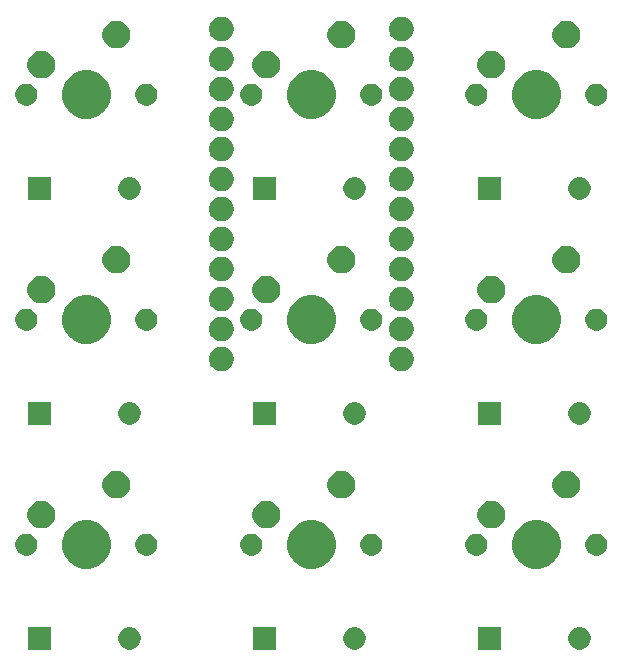
<source format=gbs>
%TF.GenerationSoftware,KiCad,Pcbnew,(5.1.6)-1*%
%TF.CreationDate,2020-10-02T01:53:22-06:00*%
%TF.ProjectId,macropad_3x3,6d616372-6f70-4616-945f-3378332e6b69,rev?*%
%TF.SameCoordinates,Original*%
%TF.FileFunction,Soldermask,Bot*%
%TF.FilePolarity,Negative*%
%FSLAX46Y46*%
G04 Gerber Fmt 4.6, Leading zero omitted, Abs format (unit mm)*
G04 Created by KiCad (PCBNEW (5.1.6)-1) date 2020-10-02 01:53:22*
%MOMM*%
%LPD*%
G01*
G04 APERTURE LIST*
%ADD10C,0.100000*%
G04 APERTURE END LIST*
D10*
G36*
X28732050Y-78738300D02*
G01*
X26830450Y-78738300D01*
X26830450Y-76836700D01*
X28732050Y-76836700D01*
X28732050Y-78738300D01*
G37*
G36*
X66832050Y-78738300D02*
G01*
X64930450Y-78738300D01*
X64930450Y-76836700D01*
X66832050Y-76836700D01*
X66832050Y-78738300D01*
G37*
G36*
X73778588Y-76873238D02*
G01*
X73951623Y-76944912D01*
X74107350Y-77048965D01*
X74239785Y-77181400D01*
X74343838Y-77337127D01*
X74415512Y-77510162D01*
X74452050Y-77693854D01*
X74452050Y-77881146D01*
X74415512Y-78064838D01*
X74343838Y-78237873D01*
X74239785Y-78393600D01*
X74107350Y-78526035D01*
X73951623Y-78630088D01*
X73778588Y-78701762D01*
X73594896Y-78738300D01*
X73407604Y-78738300D01*
X73223912Y-78701762D01*
X73050877Y-78630088D01*
X72895150Y-78526035D01*
X72762715Y-78393600D01*
X72658662Y-78237873D01*
X72586988Y-78064838D01*
X72550450Y-77881146D01*
X72550450Y-77693854D01*
X72586988Y-77510162D01*
X72658662Y-77337127D01*
X72762715Y-77181400D01*
X72895150Y-77048965D01*
X73050877Y-76944912D01*
X73223912Y-76873238D01*
X73407604Y-76836700D01*
X73594896Y-76836700D01*
X73778588Y-76873238D01*
G37*
G36*
X54728588Y-76873238D02*
G01*
X54901623Y-76944912D01*
X55057350Y-77048965D01*
X55189785Y-77181400D01*
X55293838Y-77337127D01*
X55365512Y-77510162D01*
X55402050Y-77693854D01*
X55402050Y-77881146D01*
X55365512Y-78064838D01*
X55293838Y-78237873D01*
X55189785Y-78393600D01*
X55057350Y-78526035D01*
X54901623Y-78630088D01*
X54728588Y-78701762D01*
X54544896Y-78738300D01*
X54357604Y-78738300D01*
X54173912Y-78701762D01*
X54000877Y-78630088D01*
X53845150Y-78526035D01*
X53712715Y-78393600D01*
X53608662Y-78237873D01*
X53536988Y-78064838D01*
X53500450Y-77881146D01*
X53500450Y-77693854D01*
X53536988Y-77510162D01*
X53608662Y-77337127D01*
X53712715Y-77181400D01*
X53845150Y-77048965D01*
X54000877Y-76944912D01*
X54173912Y-76873238D01*
X54357604Y-76836700D01*
X54544896Y-76836700D01*
X54728588Y-76873238D01*
G37*
G36*
X35678588Y-76873238D02*
G01*
X35851623Y-76944912D01*
X36007350Y-77048965D01*
X36139785Y-77181400D01*
X36243838Y-77337127D01*
X36315512Y-77510162D01*
X36352050Y-77693854D01*
X36352050Y-77881146D01*
X36315512Y-78064838D01*
X36243838Y-78237873D01*
X36139785Y-78393600D01*
X36007350Y-78526035D01*
X35851623Y-78630088D01*
X35678588Y-78701762D01*
X35494896Y-78738300D01*
X35307604Y-78738300D01*
X35123912Y-78701762D01*
X34950877Y-78630088D01*
X34795150Y-78526035D01*
X34662715Y-78393600D01*
X34558662Y-78237873D01*
X34486988Y-78064838D01*
X34450450Y-77881146D01*
X34450450Y-77693854D01*
X34486988Y-77510162D01*
X34558662Y-77337127D01*
X34662715Y-77181400D01*
X34795150Y-77048965D01*
X34950877Y-76944912D01*
X35123912Y-76873238D01*
X35307604Y-76836700D01*
X35494896Y-76836700D01*
X35678588Y-76873238D01*
G37*
G36*
X47782050Y-78738300D02*
G01*
X45880450Y-78738300D01*
X45880450Y-76836700D01*
X47782050Y-76836700D01*
X47782050Y-78738300D01*
G37*
G36*
X70446417Y-67883877D02*
G01*
X70818529Y-68038010D01*
X71153422Y-68261779D01*
X71438221Y-68546578D01*
X71661990Y-68881471D01*
X71816123Y-69253583D01*
X71894700Y-69648614D01*
X71894700Y-70051386D01*
X71816123Y-70446417D01*
X71661990Y-70818529D01*
X71438221Y-71153422D01*
X71153422Y-71438221D01*
X70818529Y-71661990D01*
X70446417Y-71816123D01*
X70051386Y-71894700D01*
X69648614Y-71894700D01*
X69253583Y-71816123D01*
X68881471Y-71661990D01*
X68546578Y-71438221D01*
X68261779Y-71153422D01*
X68038010Y-70818529D01*
X67883877Y-70446417D01*
X67805300Y-70051386D01*
X67805300Y-69648614D01*
X67883877Y-69253583D01*
X68038010Y-68881471D01*
X68261779Y-68546578D01*
X68546578Y-68261779D01*
X68881471Y-68038010D01*
X69253583Y-67883877D01*
X69648614Y-67805300D01*
X70051386Y-67805300D01*
X70446417Y-67883877D01*
G37*
G36*
X32346417Y-67883877D02*
G01*
X32718529Y-68038010D01*
X33053422Y-68261779D01*
X33338221Y-68546578D01*
X33561990Y-68881471D01*
X33716123Y-69253583D01*
X33794700Y-69648614D01*
X33794700Y-70051386D01*
X33716123Y-70446417D01*
X33561990Y-70818529D01*
X33338221Y-71153422D01*
X33053422Y-71438221D01*
X32718529Y-71661990D01*
X32346417Y-71816123D01*
X31951386Y-71894700D01*
X31548614Y-71894700D01*
X31153583Y-71816123D01*
X30781471Y-71661990D01*
X30446578Y-71438221D01*
X30161779Y-71153422D01*
X29938010Y-70818529D01*
X29783877Y-70446417D01*
X29705300Y-70051386D01*
X29705300Y-69648614D01*
X29783877Y-69253583D01*
X29938010Y-68881471D01*
X30161779Y-68546578D01*
X30446578Y-68261779D01*
X30781471Y-68038010D01*
X31153583Y-67883877D01*
X31548614Y-67805300D01*
X31951386Y-67805300D01*
X32346417Y-67883877D01*
G37*
G36*
X51396417Y-67883877D02*
G01*
X51768529Y-68038010D01*
X52103422Y-68261779D01*
X52388221Y-68546578D01*
X52611990Y-68881471D01*
X52766123Y-69253583D01*
X52844700Y-69648614D01*
X52844700Y-70051386D01*
X52766123Y-70446417D01*
X52611990Y-70818529D01*
X52388221Y-71153422D01*
X52103422Y-71438221D01*
X51768529Y-71661990D01*
X51396417Y-71816123D01*
X51001386Y-71894700D01*
X50598614Y-71894700D01*
X50203583Y-71816123D01*
X49831471Y-71661990D01*
X49496578Y-71438221D01*
X49211779Y-71153422D01*
X48988010Y-70818529D01*
X48833877Y-70446417D01*
X48755300Y-70051386D01*
X48755300Y-69648614D01*
X48833877Y-69253583D01*
X48988010Y-68881471D01*
X49211779Y-68546578D01*
X49496578Y-68261779D01*
X49831471Y-68038010D01*
X50203583Y-67883877D01*
X50598614Y-67805300D01*
X51001386Y-67805300D01*
X51396417Y-67883877D01*
G37*
G36*
X75200046Y-68959778D02*
G01*
X75368531Y-69029566D01*
X75520163Y-69130884D01*
X75649116Y-69259837D01*
X75750434Y-69411469D01*
X75750435Y-69411472D01*
X75820222Y-69579954D01*
X75855800Y-69758816D01*
X75855800Y-69941184D01*
X75833879Y-70051386D01*
X75820222Y-70120046D01*
X75750434Y-70288531D01*
X75649116Y-70440163D01*
X75520163Y-70569116D01*
X75368531Y-70670434D01*
X75200046Y-70740222D01*
X75021184Y-70775800D01*
X74838816Y-70775800D01*
X74659954Y-70740222D01*
X74491469Y-70670434D01*
X74339837Y-70569116D01*
X74210884Y-70440163D01*
X74109566Y-70288531D01*
X74039778Y-70120046D01*
X74026121Y-70051386D01*
X74004200Y-69941184D01*
X74004200Y-69758816D01*
X74039778Y-69579954D01*
X74109565Y-69411472D01*
X74109566Y-69411469D01*
X74210884Y-69259837D01*
X74339837Y-69130884D01*
X74491469Y-69029566D01*
X74659954Y-68959778D01*
X74838816Y-68924200D01*
X75021184Y-68924200D01*
X75200046Y-68959778D01*
G37*
G36*
X65040046Y-68959778D02*
G01*
X65208531Y-69029566D01*
X65360163Y-69130884D01*
X65489116Y-69259837D01*
X65590434Y-69411469D01*
X65590435Y-69411472D01*
X65660222Y-69579954D01*
X65695800Y-69758816D01*
X65695800Y-69941184D01*
X65673879Y-70051386D01*
X65660222Y-70120046D01*
X65590434Y-70288531D01*
X65489116Y-70440163D01*
X65360163Y-70569116D01*
X65208531Y-70670434D01*
X65040046Y-70740222D01*
X64861184Y-70775800D01*
X64678816Y-70775800D01*
X64499954Y-70740222D01*
X64331469Y-70670434D01*
X64179837Y-70569116D01*
X64050884Y-70440163D01*
X63949566Y-70288531D01*
X63879778Y-70120046D01*
X63866121Y-70051386D01*
X63844200Y-69941184D01*
X63844200Y-69758816D01*
X63879778Y-69579954D01*
X63949565Y-69411472D01*
X63949566Y-69411469D01*
X64050884Y-69259837D01*
X64179837Y-69130884D01*
X64331469Y-69029566D01*
X64499954Y-68959778D01*
X64678816Y-68924200D01*
X64861184Y-68924200D01*
X65040046Y-68959778D01*
G37*
G36*
X56150046Y-68959778D02*
G01*
X56318531Y-69029566D01*
X56470163Y-69130884D01*
X56599116Y-69259837D01*
X56700434Y-69411469D01*
X56700435Y-69411472D01*
X56770222Y-69579954D01*
X56805800Y-69758816D01*
X56805800Y-69941184D01*
X56783879Y-70051386D01*
X56770222Y-70120046D01*
X56700434Y-70288531D01*
X56599116Y-70440163D01*
X56470163Y-70569116D01*
X56318531Y-70670434D01*
X56150046Y-70740222D01*
X55971184Y-70775800D01*
X55788816Y-70775800D01*
X55609954Y-70740222D01*
X55441469Y-70670434D01*
X55289837Y-70569116D01*
X55160884Y-70440163D01*
X55059566Y-70288531D01*
X54989778Y-70120046D01*
X54976121Y-70051386D01*
X54954200Y-69941184D01*
X54954200Y-69758816D01*
X54989778Y-69579954D01*
X55059565Y-69411472D01*
X55059566Y-69411469D01*
X55160884Y-69259837D01*
X55289837Y-69130884D01*
X55441469Y-69029566D01*
X55609954Y-68959778D01*
X55788816Y-68924200D01*
X55971184Y-68924200D01*
X56150046Y-68959778D01*
G37*
G36*
X45990046Y-68959778D02*
G01*
X46158531Y-69029566D01*
X46310163Y-69130884D01*
X46439116Y-69259837D01*
X46540434Y-69411469D01*
X46540435Y-69411472D01*
X46610222Y-69579954D01*
X46645800Y-69758816D01*
X46645800Y-69941184D01*
X46623879Y-70051386D01*
X46610222Y-70120046D01*
X46540434Y-70288531D01*
X46439116Y-70440163D01*
X46310163Y-70569116D01*
X46158531Y-70670434D01*
X45990046Y-70740222D01*
X45811184Y-70775800D01*
X45628816Y-70775800D01*
X45449954Y-70740222D01*
X45281469Y-70670434D01*
X45129837Y-70569116D01*
X45000884Y-70440163D01*
X44899566Y-70288531D01*
X44829778Y-70120046D01*
X44816121Y-70051386D01*
X44794200Y-69941184D01*
X44794200Y-69758816D01*
X44829778Y-69579954D01*
X44899565Y-69411472D01*
X44899566Y-69411469D01*
X45000884Y-69259837D01*
X45129837Y-69130884D01*
X45281469Y-69029566D01*
X45449954Y-68959778D01*
X45628816Y-68924200D01*
X45811184Y-68924200D01*
X45990046Y-68959778D01*
G37*
G36*
X37100046Y-68959778D02*
G01*
X37268531Y-69029566D01*
X37420163Y-69130884D01*
X37549116Y-69259837D01*
X37650434Y-69411469D01*
X37650435Y-69411472D01*
X37720222Y-69579954D01*
X37755800Y-69758816D01*
X37755800Y-69941184D01*
X37733879Y-70051386D01*
X37720222Y-70120046D01*
X37650434Y-70288531D01*
X37549116Y-70440163D01*
X37420163Y-70569116D01*
X37268531Y-70670434D01*
X37100046Y-70740222D01*
X36921184Y-70775800D01*
X36738816Y-70775800D01*
X36559954Y-70740222D01*
X36391469Y-70670434D01*
X36239837Y-70569116D01*
X36110884Y-70440163D01*
X36009566Y-70288531D01*
X35939778Y-70120046D01*
X35926121Y-70051386D01*
X35904200Y-69941184D01*
X35904200Y-69758816D01*
X35939778Y-69579954D01*
X36009565Y-69411472D01*
X36009566Y-69411469D01*
X36110884Y-69259837D01*
X36239837Y-69130884D01*
X36391469Y-69029566D01*
X36559954Y-68959778D01*
X36738816Y-68924200D01*
X36921184Y-68924200D01*
X37100046Y-68959778D01*
G37*
G36*
X26940046Y-68959778D02*
G01*
X27108531Y-69029566D01*
X27260163Y-69130884D01*
X27389116Y-69259837D01*
X27490434Y-69411469D01*
X27490435Y-69411472D01*
X27560222Y-69579954D01*
X27595800Y-69758816D01*
X27595800Y-69941184D01*
X27573879Y-70051386D01*
X27560222Y-70120046D01*
X27490434Y-70288531D01*
X27389116Y-70440163D01*
X27260163Y-70569116D01*
X27108531Y-70670434D01*
X26940046Y-70740222D01*
X26761184Y-70775800D01*
X26578816Y-70775800D01*
X26399954Y-70740222D01*
X26231469Y-70670434D01*
X26079837Y-70569116D01*
X25950884Y-70440163D01*
X25849566Y-70288531D01*
X25779778Y-70120046D01*
X25766121Y-70051386D01*
X25744200Y-69941184D01*
X25744200Y-69758816D01*
X25779778Y-69579954D01*
X25849565Y-69411472D01*
X25849566Y-69411469D01*
X25950884Y-69259837D01*
X26079837Y-69130884D01*
X26231469Y-69029566D01*
X26399954Y-68959778D01*
X26578816Y-68924200D01*
X26761184Y-68924200D01*
X26940046Y-68959778D01*
G37*
G36*
X66382969Y-66179386D02*
G01*
X66596951Y-66268019D01*
X66789530Y-66396697D01*
X66953303Y-66560470D01*
X67081981Y-66753049D01*
X67170614Y-66967031D01*
X67215800Y-67194194D01*
X67215800Y-67425806D01*
X67170614Y-67652969D01*
X67081981Y-67866951D01*
X66953303Y-68059530D01*
X66789530Y-68223303D01*
X66596951Y-68351981D01*
X66382969Y-68440614D01*
X66155806Y-68485800D01*
X65924194Y-68485800D01*
X65697031Y-68440614D01*
X65483049Y-68351981D01*
X65290470Y-68223303D01*
X65126697Y-68059530D01*
X64998019Y-67866951D01*
X64909386Y-67652969D01*
X64864200Y-67425806D01*
X64864200Y-67194194D01*
X64909386Y-66967031D01*
X64998019Y-66753049D01*
X65126697Y-66560470D01*
X65290470Y-66396697D01*
X65483049Y-66268019D01*
X65697031Y-66179386D01*
X65924194Y-66134200D01*
X66155806Y-66134200D01*
X66382969Y-66179386D01*
G37*
G36*
X47332969Y-66179386D02*
G01*
X47546951Y-66268019D01*
X47739530Y-66396697D01*
X47903303Y-66560470D01*
X48031981Y-66753049D01*
X48120614Y-66967031D01*
X48165800Y-67194194D01*
X48165800Y-67425806D01*
X48120614Y-67652969D01*
X48031981Y-67866951D01*
X47903303Y-68059530D01*
X47739530Y-68223303D01*
X47546951Y-68351981D01*
X47332969Y-68440614D01*
X47105806Y-68485800D01*
X46874194Y-68485800D01*
X46647031Y-68440614D01*
X46433049Y-68351981D01*
X46240470Y-68223303D01*
X46076697Y-68059530D01*
X45948019Y-67866951D01*
X45859386Y-67652969D01*
X45814200Y-67425806D01*
X45814200Y-67194194D01*
X45859386Y-66967031D01*
X45948019Y-66753049D01*
X46076697Y-66560470D01*
X46240470Y-66396697D01*
X46433049Y-66268019D01*
X46647031Y-66179386D01*
X46874194Y-66134200D01*
X47105806Y-66134200D01*
X47332969Y-66179386D01*
G37*
G36*
X28282969Y-66179386D02*
G01*
X28496951Y-66268019D01*
X28689530Y-66396697D01*
X28853303Y-66560470D01*
X28981981Y-66753049D01*
X29070614Y-66967031D01*
X29115800Y-67194194D01*
X29115800Y-67425806D01*
X29070614Y-67652969D01*
X28981981Y-67866951D01*
X28853303Y-68059530D01*
X28689530Y-68223303D01*
X28496951Y-68351981D01*
X28282969Y-68440614D01*
X28055806Y-68485800D01*
X27824194Y-68485800D01*
X27597031Y-68440614D01*
X27383049Y-68351981D01*
X27190470Y-68223303D01*
X27026697Y-68059530D01*
X26898019Y-67866951D01*
X26809386Y-67652969D01*
X26764200Y-67425806D01*
X26764200Y-67194194D01*
X26809386Y-66967031D01*
X26898019Y-66753049D01*
X27026697Y-66560470D01*
X27190470Y-66396697D01*
X27383049Y-66268019D01*
X27597031Y-66179386D01*
X27824194Y-66134200D01*
X28055806Y-66134200D01*
X28282969Y-66179386D01*
G37*
G36*
X72732969Y-63639386D02*
G01*
X72946951Y-63728019D01*
X73139530Y-63856697D01*
X73303303Y-64020470D01*
X73431981Y-64213049D01*
X73520614Y-64427031D01*
X73565800Y-64654194D01*
X73565800Y-64885806D01*
X73520614Y-65112969D01*
X73431981Y-65326951D01*
X73303303Y-65519530D01*
X73139530Y-65683303D01*
X72946951Y-65811981D01*
X72732969Y-65900614D01*
X72505806Y-65945800D01*
X72274194Y-65945800D01*
X72047031Y-65900614D01*
X71833049Y-65811981D01*
X71640470Y-65683303D01*
X71476697Y-65519530D01*
X71348019Y-65326951D01*
X71259386Y-65112969D01*
X71214200Y-64885806D01*
X71214200Y-64654194D01*
X71259386Y-64427031D01*
X71348019Y-64213049D01*
X71476697Y-64020470D01*
X71640470Y-63856697D01*
X71833049Y-63728019D01*
X72047031Y-63639386D01*
X72274194Y-63594200D01*
X72505806Y-63594200D01*
X72732969Y-63639386D01*
G37*
G36*
X53682969Y-63639386D02*
G01*
X53896951Y-63728019D01*
X54089530Y-63856697D01*
X54253303Y-64020470D01*
X54381981Y-64213049D01*
X54470614Y-64427031D01*
X54515800Y-64654194D01*
X54515800Y-64885806D01*
X54470614Y-65112969D01*
X54381981Y-65326951D01*
X54253303Y-65519530D01*
X54089530Y-65683303D01*
X53896951Y-65811981D01*
X53682969Y-65900614D01*
X53455806Y-65945800D01*
X53224194Y-65945800D01*
X52997031Y-65900614D01*
X52783049Y-65811981D01*
X52590470Y-65683303D01*
X52426697Y-65519530D01*
X52298019Y-65326951D01*
X52209386Y-65112969D01*
X52164200Y-64885806D01*
X52164200Y-64654194D01*
X52209386Y-64427031D01*
X52298019Y-64213049D01*
X52426697Y-64020470D01*
X52590470Y-63856697D01*
X52783049Y-63728019D01*
X52997031Y-63639386D01*
X53224194Y-63594200D01*
X53455806Y-63594200D01*
X53682969Y-63639386D01*
G37*
G36*
X34632969Y-63639386D02*
G01*
X34846951Y-63728019D01*
X35039530Y-63856697D01*
X35203303Y-64020470D01*
X35331981Y-64213049D01*
X35420614Y-64427031D01*
X35465800Y-64654194D01*
X35465800Y-64885806D01*
X35420614Y-65112969D01*
X35331981Y-65326951D01*
X35203303Y-65519530D01*
X35039530Y-65683303D01*
X34846951Y-65811981D01*
X34632969Y-65900614D01*
X34405806Y-65945800D01*
X34174194Y-65945800D01*
X33947031Y-65900614D01*
X33733049Y-65811981D01*
X33540470Y-65683303D01*
X33376697Y-65519530D01*
X33248019Y-65326951D01*
X33159386Y-65112969D01*
X33114200Y-64885806D01*
X33114200Y-64654194D01*
X33159386Y-64427031D01*
X33248019Y-64213049D01*
X33376697Y-64020470D01*
X33540470Y-63856697D01*
X33733049Y-63728019D01*
X33947031Y-63639386D01*
X34174194Y-63594200D01*
X34405806Y-63594200D01*
X34632969Y-63639386D01*
G37*
G36*
X73778588Y-57823238D02*
G01*
X73951623Y-57894912D01*
X74107350Y-57998965D01*
X74239785Y-58131400D01*
X74343838Y-58287127D01*
X74415512Y-58460162D01*
X74452050Y-58643854D01*
X74452050Y-58831146D01*
X74415512Y-59014838D01*
X74343838Y-59187873D01*
X74239785Y-59343600D01*
X74107350Y-59476035D01*
X73951623Y-59580088D01*
X73778588Y-59651762D01*
X73594896Y-59688300D01*
X73407604Y-59688300D01*
X73223912Y-59651762D01*
X73050877Y-59580088D01*
X72895150Y-59476035D01*
X72762715Y-59343600D01*
X72658662Y-59187873D01*
X72586988Y-59014838D01*
X72550450Y-58831146D01*
X72550450Y-58643854D01*
X72586988Y-58460162D01*
X72658662Y-58287127D01*
X72762715Y-58131400D01*
X72895150Y-57998965D01*
X73050877Y-57894912D01*
X73223912Y-57823238D01*
X73407604Y-57786700D01*
X73594896Y-57786700D01*
X73778588Y-57823238D01*
G37*
G36*
X54728588Y-57823238D02*
G01*
X54901623Y-57894912D01*
X55057350Y-57998965D01*
X55189785Y-58131400D01*
X55293838Y-58287127D01*
X55365512Y-58460162D01*
X55402050Y-58643854D01*
X55402050Y-58831146D01*
X55365512Y-59014838D01*
X55293838Y-59187873D01*
X55189785Y-59343600D01*
X55057350Y-59476035D01*
X54901623Y-59580088D01*
X54728588Y-59651762D01*
X54544896Y-59688300D01*
X54357604Y-59688300D01*
X54173912Y-59651762D01*
X54000877Y-59580088D01*
X53845150Y-59476035D01*
X53712715Y-59343600D01*
X53608662Y-59187873D01*
X53536988Y-59014838D01*
X53500450Y-58831146D01*
X53500450Y-58643854D01*
X53536988Y-58460162D01*
X53608662Y-58287127D01*
X53712715Y-58131400D01*
X53845150Y-57998965D01*
X54000877Y-57894912D01*
X54173912Y-57823238D01*
X54357604Y-57786700D01*
X54544896Y-57786700D01*
X54728588Y-57823238D01*
G37*
G36*
X47782050Y-59688300D02*
G01*
X45880450Y-59688300D01*
X45880450Y-57786700D01*
X47782050Y-57786700D01*
X47782050Y-59688300D01*
G37*
G36*
X28732050Y-59688300D02*
G01*
X26830450Y-59688300D01*
X26830450Y-57786700D01*
X28732050Y-57786700D01*
X28732050Y-59688300D01*
G37*
G36*
X66832050Y-59688300D02*
G01*
X64930450Y-59688300D01*
X64930450Y-57786700D01*
X66832050Y-57786700D01*
X66832050Y-59688300D01*
G37*
G36*
X35678588Y-57823238D02*
G01*
X35851623Y-57894912D01*
X36007350Y-57998965D01*
X36139785Y-58131400D01*
X36243838Y-58287127D01*
X36315512Y-58460162D01*
X36352050Y-58643854D01*
X36352050Y-58831146D01*
X36315512Y-59014838D01*
X36243838Y-59187873D01*
X36139785Y-59343600D01*
X36007350Y-59476035D01*
X35851623Y-59580088D01*
X35678588Y-59651762D01*
X35494896Y-59688300D01*
X35307604Y-59688300D01*
X35123912Y-59651762D01*
X34950877Y-59580088D01*
X34795150Y-59476035D01*
X34662715Y-59343600D01*
X34558662Y-59187873D01*
X34486988Y-59014838D01*
X34450450Y-58831146D01*
X34450450Y-58643854D01*
X34486988Y-58460162D01*
X34558662Y-58287127D01*
X34662715Y-58131400D01*
X34795150Y-57998965D01*
X34950877Y-57894912D01*
X35123912Y-57823238D01*
X35307604Y-57786700D01*
X35494896Y-57786700D01*
X35678588Y-57823238D01*
G37*
G36*
X43483766Y-53132370D02*
G01*
X43673288Y-53210873D01*
X43843855Y-53324842D01*
X43988908Y-53469895D01*
X44102877Y-53640462D01*
X44181380Y-53829984D01*
X44221400Y-54031181D01*
X44221400Y-54236319D01*
X44181380Y-54437516D01*
X44102877Y-54627038D01*
X43988908Y-54797605D01*
X43843855Y-54942658D01*
X43673288Y-55056627D01*
X43483766Y-55135130D01*
X43282569Y-55175150D01*
X43077431Y-55175150D01*
X42876234Y-55135130D01*
X42686712Y-55056627D01*
X42516145Y-54942658D01*
X42371092Y-54797605D01*
X42257123Y-54627038D01*
X42178620Y-54437516D01*
X42138600Y-54236319D01*
X42138600Y-54031181D01*
X42178620Y-53829984D01*
X42257123Y-53640462D01*
X42371092Y-53469895D01*
X42516145Y-53324842D01*
X42686712Y-53210873D01*
X42876234Y-53132370D01*
X43077431Y-53092350D01*
X43282569Y-53092350D01*
X43483766Y-53132370D01*
G37*
G36*
X58723766Y-53132370D02*
G01*
X58913288Y-53210873D01*
X59083855Y-53324842D01*
X59228908Y-53469895D01*
X59342877Y-53640462D01*
X59421380Y-53829984D01*
X59461400Y-54031181D01*
X59461400Y-54236319D01*
X59421380Y-54437516D01*
X59342877Y-54627038D01*
X59228908Y-54797605D01*
X59083855Y-54942658D01*
X58913288Y-55056627D01*
X58723766Y-55135130D01*
X58522569Y-55175150D01*
X58317431Y-55175150D01*
X58116234Y-55135130D01*
X57926712Y-55056627D01*
X57756145Y-54942658D01*
X57611092Y-54797605D01*
X57497123Y-54627038D01*
X57418620Y-54437516D01*
X57378600Y-54236319D01*
X57378600Y-54031181D01*
X57418620Y-53829984D01*
X57497123Y-53640462D01*
X57611092Y-53469895D01*
X57756145Y-53324842D01*
X57926712Y-53210873D01*
X58116234Y-53132370D01*
X58317431Y-53092350D01*
X58522569Y-53092350D01*
X58723766Y-53132370D01*
G37*
G36*
X70446417Y-48833877D02*
G01*
X70818529Y-48988010D01*
X71153422Y-49211779D01*
X71438221Y-49496578D01*
X71661990Y-49831471D01*
X71816123Y-50203583D01*
X71894700Y-50598614D01*
X71894700Y-51001386D01*
X71816123Y-51396417D01*
X71661990Y-51768529D01*
X71438221Y-52103422D01*
X71153422Y-52388221D01*
X70818529Y-52611990D01*
X70446417Y-52766123D01*
X70051386Y-52844700D01*
X69648614Y-52844700D01*
X69253583Y-52766123D01*
X68881471Y-52611990D01*
X68546578Y-52388221D01*
X68261779Y-52103422D01*
X68038010Y-51768529D01*
X67883877Y-51396417D01*
X67805300Y-51001386D01*
X67805300Y-50598614D01*
X67883877Y-50203583D01*
X68038010Y-49831471D01*
X68261779Y-49496578D01*
X68546578Y-49211779D01*
X68881471Y-48988010D01*
X69253583Y-48833877D01*
X69648614Y-48755300D01*
X70051386Y-48755300D01*
X70446417Y-48833877D01*
G37*
G36*
X51396417Y-48833877D02*
G01*
X51768529Y-48988010D01*
X52103422Y-49211779D01*
X52388221Y-49496578D01*
X52611990Y-49831471D01*
X52766123Y-50203583D01*
X52844700Y-50598614D01*
X52844700Y-51001386D01*
X52766123Y-51396417D01*
X52611990Y-51768529D01*
X52388221Y-52103422D01*
X52103422Y-52388221D01*
X51768529Y-52611990D01*
X51396417Y-52766123D01*
X51001386Y-52844700D01*
X50598614Y-52844700D01*
X50203583Y-52766123D01*
X49831471Y-52611990D01*
X49496578Y-52388221D01*
X49211779Y-52103422D01*
X48988010Y-51768529D01*
X48833877Y-51396417D01*
X48755300Y-51001386D01*
X48755300Y-50598614D01*
X48833877Y-50203583D01*
X48988010Y-49831471D01*
X49211779Y-49496578D01*
X49496578Y-49211779D01*
X49831471Y-48988010D01*
X50203583Y-48833877D01*
X50598614Y-48755300D01*
X51001386Y-48755300D01*
X51396417Y-48833877D01*
G37*
G36*
X32346417Y-48833877D02*
G01*
X32718529Y-48988010D01*
X33053422Y-49211779D01*
X33338221Y-49496578D01*
X33561990Y-49831471D01*
X33716123Y-50203583D01*
X33794700Y-50598614D01*
X33794700Y-51001386D01*
X33716123Y-51396417D01*
X33561990Y-51768529D01*
X33338221Y-52103422D01*
X33053422Y-52388221D01*
X32718529Y-52611990D01*
X32346417Y-52766123D01*
X31951386Y-52844700D01*
X31548614Y-52844700D01*
X31153583Y-52766123D01*
X30781471Y-52611990D01*
X30446578Y-52388221D01*
X30161779Y-52103422D01*
X29938010Y-51768529D01*
X29783877Y-51396417D01*
X29705300Y-51001386D01*
X29705300Y-50598614D01*
X29783877Y-50203583D01*
X29938010Y-49831471D01*
X30161779Y-49496578D01*
X30446578Y-49211779D01*
X30781471Y-48988010D01*
X31153583Y-48833877D01*
X31548614Y-48755300D01*
X31951386Y-48755300D01*
X32346417Y-48833877D01*
G37*
G36*
X58723766Y-50592370D02*
G01*
X58913288Y-50670873D01*
X59083855Y-50784842D01*
X59228908Y-50929895D01*
X59342877Y-51100462D01*
X59421380Y-51289984D01*
X59461400Y-51491181D01*
X59461400Y-51696319D01*
X59421380Y-51897516D01*
X59342877Y-52087038D01*
X59228908Y-52257605D01*
X59083855Y-52402658D01*
X58913288Y-52516627D01*
X58723766Y-52595130D01*
X58522569Y-52635150D01*
X58317431Y-52635150D01*
X58116234Y-52595130D01*
X57926712Y-52516627D01*
X57756145Y-52402658D01*
X57611092Y-52257605D01*
X57497123Y-52087038D01*
X57418620Y-51897516D01*
X57378600Y-51696319D01*
X57378600Y-51491181D01*
X57418620Y-51289984D01*
X57497123Y-51100462D01*
X57611092Y-50929895D01*
X57756145Y-50784842D01*
X57926712Y-50670873D01*
X58116234Y-50592370D01*
X58317431Y-50552350D01*
X58522569Y-50552350D01*
X58723766Y-50592370D01*
G37*
G36*
X43483766Y-50592370D02*
G01*
X43673288Y-50670873D01*
X43843855Y-50784842D01*
X43988908Y-50929895D01*
X44102877Y-51100462D01*
X44181380Y-51289984D01*
X44221400Y-51491181D01*
X44221400Y-51696319D01*
X44181380Y-51897516D01*
X44102877Y-52087038D01*
X43988908Y-52257605D01*
X43843855Y-52402658D01*
X43673288Y-52516627D01*
X43483766Y-52595130D01*
X43282569Y-52635150D01*
X43077431Y-52635150D01*
X42876234Y-52595130D01*
X42686712Y-52516627D01*
X42516145Y-52402658D01*
X42371092Y-52257605D01*
X42257123Y-52087038D01*
X42178620Y-51897516D01*
X42138600Y-51696319D01*
X42138600Y-51491181D01*
X42178620Y-51289984D01*
X42257123Y-51100462D01*
X42371092Y-50929895D01*
X42516145Y-50784842D01*
X42686712Y-50670873D01*
X42876234Y-50592370D01*
X43077431Y-50552350D01*
X43282569Y-50552350D01*
X43483766Y-50592370D01*
G37*
G36*
X75200046Y-49909778D02*
G01*
X75368531Y-49979566D01*
X75520163Y-50080884D01*
X75649116Y-50209837D01*
X75750434Y-50361469D01*
X75750435Y-50361472D01*
X75820222Y-50529954D01*
X75855800Y-50708816D01*
X75855800Y-50891184D01*
X75833879Y-51001386D01*
X75820222Y-51070046D01*
X75750434Y-51238531D01*
X75649116Y-51390163D01*
X75520163Y-51519116D01*
X75368531Y-51620434D01*
X75200046Y-51690222D01*
X75021184Y-51725800D01*
X74838816Y-51725800D01*
X74659954Y-51690222D01*
X74491469Y-51620434D01*
X74339837Y-51519116D01*
X74210884Y-51390163D01*
X74109566Y-51238531D01*
X74039778Y-51070046D01*
X74026121Y-51001386D01*
X74004200Y-50891184D01*
X74004200Y-50708816D01*
X74039778Y-50529954D01*
X74109565Y-50361472D01*
X74109566Y-50361469D01*
X74210884Y-50209837D01*
X74339837Y-50080884D01*
X74491469Y-49979566D01*
X74659954Y-49909778D01*
X74838816Y-49874200D01*
X75021184Y-49874200D01*
X75200046Y-49909778D01*
G37*
G36*
X26940046Y-49909778D02*
G01*
X27108531Y-49979566D01*
X27260163Y-50080884D01*
X27389116Y-50209837D01*
X27490434Y-50361469D01*
X27490435Y-50361472D01*
X27560222Y-50529954D01*
X27595800Y-50708816D01*
X27595800Y-50891184D01*
X27573879Y-51001386D01*
X27560222Y-51070046D01*
X27490434Y-51238531D01*
X27389116Y-51390163D01*
X27260163Y-51519116D01*
X27108531Y-51620434D01*
X26940046Y-51690222D01*
X26761184Y-51725800D01*
X26578816Y-51725800D01*
X26399954Y-51690222D01*
X26231469Y-51620434D01*
X26079837Y-51519116D01*
X25950884Y-51390163D01*
X25849566Y-51238531D01*
X25779778Y-51070046D01*
X25766121Y-51001386D01*
X25744200Y-50891184D01*
X25744200Y-50708816D01*
X25779778Y-50529954D01*
X25849565Y-50361472D01*
X25849566Y-50361469D01*
X25950884Y-50209837D01*
X26079837Y-50080884D01*
X26231469Y-49979566D01*
X26399954Y-49909778D01*
X26578816Y-49874200D01*
X26761184Y-49874200D01*
X26940046Y-49909778D01*
G37*
G36*
X37100046Y-49909778D02*
G01*
X37268531Y-49979566D01*
X37420163Y-50080884D01*
X37549116Y-50209837D01*
X37650434Y-50361469D01*
X37650435Y-50361472D01*
X37720222Y-50529954D01*
X37755800Y-50708816D01*
X37755800Y-50891184D01*
X37733879Y-51001386D01*
X37720222Y-51070046D01*
X37650434Y-51238531D01*
X37549116Y-51390163D01*
X37420163Y-51519116D01*
X37268531Y-51620434D01*
X37100046Y-51690222D01*
X36921184Y-51725800D01*
X36738816Y-51725800D01*
X36559954Y-51690222D01*
X36391469Y-51620434D01*
X36239837Y-51519116D01*
X36110884Y-51390163D01*
X36009566Y-51238531D01*
X35939778Y-51070046D01*
X35926121Y-51001386D01*
X35904200Y-50891184D01*
X35904200Y-50708816D01*
X35939778Y-50529954D01*
X36009565Y-50361472D01*
X36009566Y-50361469D01*
X36110884Y-50209837D01*
X36239837Y-50080884D01*
X36391469Y-49979566D01*
X36559954Y-49909778D01*
X36738816Y-49874200D01*
X36921184Y-49874200D01*
X37100046Y-49909778D01*
G37*
G36*
X45990046Y-49909778D02*
G01*
X46158531Y-49979566D01*
X46310163Y-50080884D01*
X46439116Y-50209837D01*
X46540434Y-50361469D01*
X46540435Y-50361472D01*
X46610222Y-50529954D01*
X46645800Y-50708816D01*
X46645800Y-50891184D01*
X46623879Y-51001386D01*
X46610222Y-51070046D01*
X46540434Y-51238531D01*
X46439116Y-51390163D01*
X46310163Y-51519116D01*
X46158531Y-51620434D01*
X45990046Y-51690222D01*
X45811184Y-51725800D01*
X45628816Y-51725800D01*
X45449954Y-51690222D01*
X45281469Y-51620434D01*
X45129837Y-51519116D01*
X45000884Y-51390163D01*
X44899566Y-51238531D01*
X44829778Y-51070046D01*
X44816121Y-51001386D01*
X44794200Y-50891184D01*
X44794200Y-50708816D01*
X44829778Y-50529954D01*
X44899565Y-50361472D01*
X44899566Y-50361469D01*
X45000884Y-50209837D01*
X45129837Y-50080884D01*
X45281469Y-49979566D01*
X45449954Y-49909778D01*
X45628816Y-49874200D01*
X45811184Y-49874200D01*
X45990046Y-49909778D01*
G37*
G36*
X56150046Y-49909778D02*
G01*
X56318531Y-49979566D01*
X56470163Y-50080884D01*
X56599116Y-50209837D01*
X56700434Y-50361469D01*
X56700435Y-50361472D01*
X56770222Y-50529954D01*
X56805800Y-50708816D01*
X56805800Y-50891184D01*
X56783879Y-51001386D01*
X56770222Y-51070046D01*
X56700434Y-51238531D01*
X56599116Y-51390163D01*
X56470163Y-51519116D01*
X56318531Y-51620434D01*
X56150046Y-51690222D01*
X55971184Y-51725800D01*
X55788816Y-51725800D01*
X55609954Y-51690222D01*
X55441469Y-51620434D01*
X55289837Y-51519116D01*
X55160884Y-51390163D01*
X55059566Y-51238531D01*
X54989778Y-51070046D01*
X54976121Y-51001386D01*
X54954200Y-50891184D01*
X54954200Y-50708816D01*
X54989778Y-50529954D01*
X55059565Y-50361472D01*
X55059566Y-50361469D01*
X55160884Y-50209837D01*
X55289837Y-50080884D01*
X55441469Y-49979566D01*
X55609954Y-49909778D01*
X55788816Y-49874200D01*
X55971184Y-49874200D01*
X56150046Y-49909778D01*
G37*
G36*
X65040046Y-49909778D02*
G01*
X65208531Y-49979566D01*
X65360163Y-50080884D01*
X65489116Y-50209837D01*
X65590434Y-50361469D01*
X65590435Y-50361472D01*
X65660222Y-50529954D01*
X65695800Y-50708816D01*
X65695800Y-50891184D01*
X65673879Y-51001386D01*
X65660222Y-51070046D01*
X65590434Y-51238531D01*
X65489116Y-51390163D01*
X65360163Y-51519116D01*
X65208531Y-51620434D01*
X65040046Y-51690222D01*
X64861184Y-51725800D01*
X64678816Y-51725800D01*
X64499954Y-51690222D01*
X64331469Y-51620434D01*
X64179837Y-51519116D01*
X64050884Y-51390163D01*
X63949566Y-51238531D01*
X63879778Y-51070046D01*
X63866121Y-51001386D01*
X63844200Y-50891184D01*
X63844200Y-50708816D01*
X63879778Y-50529954D01*
X63949565Y-50361472D01*
X63949566Y-50361469D01*
X64050884Y-50209837D01*
X64179837Y-50080884D01*
X64331469Y-49979566D01*
X64499954Y-49909778D01*
X64678816Y-49874200D01*
X64861184Y-49874200D01*
X65040046Y-49909778D01*
G37*
G36*
X43483766Y-48052370D02*
G01*
X43673288Y-48130873D01*
X43843855Y-48244842D01*
X43988908Y-48389895D01*
X44102877Y-48560462D01*
X44181380Y-48749984D01*
X44221400Y-48951181D01*
X44221400Y-49156319D01*
X44181380Y-49357516D01*
X44102877Y-49547038D01*
X43988908Y-49717605D01*
X43843855Y-49862658D01*
X43673288Y-49976627D01*
X43483766Y-50055130D01*
X43282569Y-50095150D01*
X43077431Y-50095150D01*
X42876234Y-50055130D01*
X42686712Y-49976627D01*
X42516145Y-49862658D01*
X42371092Y-49717605D01*
X42257123Y-49547038D01*
X42178620Y-49357516D01*
X42138600Y-49156319D01*
X42138600Y-48951181D01*
X42178620Y-48749984D01*
X42257123Y-48560462D01*
X42371092Y-48389895D01*
X42516145Y-48244842D01*
X42686712Y-48130873D01*
X42876234Y-48052370D01*
X43077431Y-48012350D01*
X43282569Y-48012350D01*
X43483766Y-48052370D01*
G37*
G36*
X58723766Y-48052370D02*
G01*
X58913288Y-48130873D01*
X59083855Y-48244842D01*
X59228908Y-48389895D01*
X59342877Y-48560462D01*
X59421380Y-48749984D01*
X59461400Y-48951181D01*
X59461400Y-49156319D01*
X59421380Y-49357516D01*
X59342877Y-49547038D01*
X59228908Y-49717605D01*
X59083855Y-49862658D01*
X58913288Y-49976627D01*
X58723766Y-50055130D01*
X58522569Y-50095150D01*
X58317431Y-50095150D01*
X58116234Y-50055130D01*
X57926712Y-49976627D01*
X57756145Y-49862658D01*
X57611092Y-49717605D01*
X57497123Y-49547038D01*
X57418620Y-49357516D01*
X57378600Y-49156319D01*
X57378600Y-48951181D01*
X57418620Y-48749984D01*
X57497123Y-48560462D01*
X57611092Y-48389895D01*
X57756145Y-48244842D01*
X57926712Y-48130873D01*
X58116234Y-48052370D01*
X58317431Y-48012350D01*
X58522569Y-48012350D01*
X58723766Y-48052370D01*
G37*
G36*
X66382969Y-47129386D02*
G01*
X66596951Y-47218019D01*
X66789530Y-47346697D01*
X66953303Y-47510470D01*
X67081981Y-47703049D01*
X67170614Y-47917031D01*
X67215800Y-48144194D01*
X67215800Y-48375806D01*
X67170614Y-48602969D01*
X67081981Y-48816951D01*
X66953303Y-49009530D01*
X66789530Y-49173303D01*
X66596951Y-49301981D01*
X66382969Y-49390614D01*
X66155806Y-49435800D01*
X65924194Y-49435800D01*
X65697031Y-49390614D01*
X65483049Y-49301981D01*
X65290470Y-49173303D01*
X65126697Y-49009530D01*
X64998019Y-48816951D01*
X64909386Y-48602969D01*
X64864200Y-48375806D01*
X64864200Y-48144194D01*
X64909386Y-47917031D01*
X64998019Y-47703049D01*
X65126697Y-47510470D01*
X65290470Y-47346697D01*
X65483049Y-47218019D01*
X65697031Y-47129386D01*
X65924194Y-47084200D01*
X66155806Y-47084200D01*
X66382969Y-47129386D01*
G37*
G36*
X47332969Y-47129386D02*
G01*
X47546951Y-47218019D01*
X47739530Y-47346697D01*
X47903303Y-47510470D01*
X48031981Y-47703049D01*
X48120614Y-47917031D01*
X48165800Y-48144194D01*
X48165800Y-48375806D01*
X48120614Y-48602969D01*
X48031981Y-48816951D01*
X47903303Y-49009530D01*
X47739530Y-49173303D01*
X47546951Y-49301981D01*
X47332969Y-49390614D01*
X47105806Y-49435800D01*
X46874194Y-49435800D01*
X46647031Y-49390614D01*
X46433049Y-49301981D01*
X46240470Y-49173303D01*
X46076697Y-49009530D01*
X45948019Y-48816951D01*
X45859386Y-48602969D01*
X45814200Y-48375806D01*
X45814200Y-48144194D01*
X45859386Y-47917031D01*
X45948019Y-47703049D01*
X46076697Y-47510470D01*
X46240470Y-47346697D01*
X46433049Y-47218019D01*
X46647031Y-47129386D01*
X46874194Y-47084200D01*
X47105806Y-47084200D01*
X47332969Y-47129386D01*
G37*
G36*
X28282969Y-47129386D02*
G01*
X28496951Y-47218019D01*
X28689530Y-47346697D01*
X28853303Y-47510470D01*
X28981981Y-47703049D01*
X29070614Y-47917031D01*
X29115800Y-48144194D01*
X29115800Y-48375806D01*
X29070614Y-48602969D01*
X28981981Y-48816951D01*
X28853303Y-49009530D01*
X28689530Y-49173303D01*
X28496951Y-49301981D01*
X28282969Y-49390614D01*
X28055806Y-49435800D01*
X27824194Y-49435800D01*
X27597031Y-49390614D01*
X27383049Y-49301981D01*
X27190470Y-49173303D01*
X27026697Y-49009530D01*
X26898019Y-48816951D01*
X26809386Y-48602969D01*
X26764200Y-48375806D01*
X26764200Y-48144194D01*
X26809386Y-47917031D01*
X26898019Y-47703049D01*
X27026697Y-47510470D01*
X27190470Y-47346697D01*
X27383049Y-47218019D01*
X27597031Y-47129386D01*
X27824194Y-47084200D01*
X28055806Y-47084200D01*
X28282969Y-47129386D01*
G37*
G36*
X58723766Y-45512370D02*
G01*
X58913288Y-45590873D01*
X59083855Y-45704842D01*
X59228908Y-45849895D01*
X59342877Y-46020462D01*
X59421380Y-46209984D01*
X59461400Y-46411181D01*
X59461400Y-46616319D01*
X59421380Y-46817516D01*
X59342877Y-47007038D01*
X59228908Y-47177605D01*
X59083855Y-47322658D01*
X58913288Y-47436627D01*
X58723766Y-47515130D01*
X58522569Y-47555150D01*
X58317431Y-47555150D01*
X58116234Y-47515130D01*
X57926712Y-47436627D01*
X57756145Y-47322658D01*
X57611092Y-47177605D01*
X57497123Y-47007038D01*
X57418620Y-46817516D01*
X57378600Y-46616319D01*
X57378600Y-46411181D01*
X57418620Y-46209984D01*
X57497123Y-46020462D01*
X57611092Y-45849895D01*
X57756145Y-45704842D01*
X57926712Y-45590873D01*
X58116234Y-45512370D01*
X58317431Y-45472350D01*
X58522569Y-45472350D01*
X58723766Y-45512370D01*
G37*
G36*
X43483766Y-45512370D02*
G01*
X43673288Y-45590873D01*
X43843855Y-45704842D01*
X43988908Y-45849895D01*
X44102877Y-46020462D01*
X44181380Y-46209984D01*
X44221400Y-46411181D01*
X44221400Y-46616319D01*
X44181380Y-46817516D01*
X44102877Y-47007038D01*
X43988908Y-47177605D01*
X43843855Y-47322658D01*
X43673288Y-47436627D01*
X43483766Y-47515130D01*
X43282569Y-47555150D01*
X43077431Y-47555150D01*
X42876234Y-47515130D01*
X42686712Y-47436627D01*
X42516145Y-47322658D01*
X42371092Y-47177605D01*
X42257123Y-47007038D01*
X42178620Y-46817516D01*
X42138600Y-46616319D01*
X42138600Y-46411181D01*
X42178620Y-46209984D01*
X42257123Y-46020462D01*
X42371092Y-45849895D01*
X42516145Y-45704842D01*
X42686712Y-45590873D01*
X42876234Y-45512370D01*
X43077431Y-45472350D01*
X43282569Y-45472350D01*
X43483766Y-45512370D01*
G37*
G36*
X34632969Y-44589386D02*
G01*
X34846951Y-44678019D01*
X35039530Y-44806697D01*
X35203303Y-44970470D01*
X35331981Y-45163049D01*
X35420614Y-45377031D01*
X35465800Y-45604194D01*
X35465800Y-45835806D01*
X35420614Y-46062969D01*
X35331981Y-46276951D01*
X35203303Y-46469530D01*
X35039530Y-46633303D01*
X34846951Y-46761981D01*
X34632969Y-46850614D01*
X34405806Y-46895800D01*
X34174194Y-46895800D01*
X33947031Y-46850614D01*
X33733049Y-46761981D01*
X33540470Y-46633303D01*
X33376697Y-46469530D01*
X33248019Y-46276951D01*
X33159386Y-46062969D01*
X33114200Y-45835806D01*
X33114200Y-45604194D01*
X33159386Y-45377031D01*
X33248019Y-45163049D01*
X33376697Y-44970470D01*
X33540470Y-44806697D01*
X33733049Y-44678019D01*
X33947031Y-44589386D01*
X34174194Y-44544200D01*
X34405806Y-44544200D01*
X34632969Y-44589386D01*
G37*
G36*
X53682969Y-44589386D02*
G01*
X53896951Y-44678019D01*
X54089530Y-44806697D01*
X54253303Y-44970470D01*
X54381981Y-45163049D01*
X54470614Y-45377031D01*
X54515800Y-45604194D01*
X54515800Y-45835806D01*
X54470614Y-46062969D01*
X54381981Y-46276951D01*
X54253303Y-46469530D01*
X54089530Y-46633303D01*
X53896951Y-46761981D01*
X53682969Y-46850614D01*
X53455806Y-46895800D01*
X53224194Y-46895800D01*
X52997031Y-46850614D01*
X52783049Y-46761981D01*
X52590470Y-46633303D01*
X52426697Y-46469530D01*
X52298019Y-46276951D01*
X52209386Y-46062969D01*
X52164200Y-45835806D01*
X52164200Y-45604194D01*
X52209386Y-45377031D01*
X52298019Y-45163049D01*
X52426697Y-44970470D01*
X52590470Y-44806697D01*
X52783049Y-44678019D01*
X52997031Y-44589386D01*
X53224194Y-44544200D01*
X53455806Y-44544200D01*
X53682969Y-44589386D01*
G37*
G36*
X72732969Y-44589386D02*
G01*
X72946951Y-44678019D01*
X73139530Y-44806697D01*
X73303303Y-44970470D01*
X73431981Y-45163049D01*
X73520614Y-45377031D01*
X73565800Y-45604194D01*
X73565800Y-45835806D01*
X73520614Y-46062969D01*
X73431981Y-46276951D01*
X73303303Y-46469530D01*
X73139530Y-46633303D01*
X72946951Y-46761981D01*
X72732969Y-46850614D01*
X72505806Y-46895800D01*
X72274194Y-46895800D01*
X72047031Y-46850614D01*
X71833049Y-46761981D01*
X71640470Y-46633303D01*
X71476697Y-46469530D01*
X71348019Y-46276951D01*
X71259386Y-46062969D01*
X71214200Y-45835806D01*
X71214200Y-45604194D01*
X71259386Y-45377031D01*
X71348019Y-45163049D01*
X71476697Y-44970470D01*
X71640470Y-44806697D01*
X71833049Y-44678019D01*
X72047031Y-44589386D01*
X72274194Y-44544200D01*
X72505806Y-44544200D01*
X72732969Y-44589386D01*
G37*
G36*
X43483766Y-42972370D02*
G01*
X43673288Y-43050873D01*
X43843855Y-43164842D01*
X43988908Y-43309895D01*
X44102877Y-43480462D01*
X44181380Y-43669984D01*
X44221400Y-43871181D01*
X44221400Y-44076319D01*
X44181380Y-44277516D01*
X44102877Y-44467038D01*
X43988908Y-44637605D01*
X43843855Y-44782658D01*
X43673288Y-44896627D01*
X43483766Y-44975130D01*
X43282569Y-45015150D01*
X43077431Y-45015150D01*
X42876234Y-44975130D01*
X42686712Y-44896627D01*
X42516145Y-44782658D01*
X42371092Y-44637605D01*
X42257123Y-44467038D01*
X42178620Y-44277516D01*
X42138600Y-44076319D01*
X42138600Y-43871181D01*
X42178620Y-43669984D01*
X42257123Y-43480462D01*
X42371092Y-43309895D01*
X42516145Y-43164842D01*
X42686712Y-43050873D01*
X42876234Y-42972370D01*
X43077431Y-42932350D01*
X43282569Y-42932350D01*
X43483766Y-42972370D01*
G37*
G36*
X58723766Y-42972370D02*
G01*
X58913288Y-43050873D01*
X59083855Y-43164842D01*
X59228908Y-43309895D01*
X59342877Y-43480462D01*
X59421380Y-43669984D01*
X59461400Y-43871181D01*
X59461400Y-44076319D01*
X59421380Y-44277516D01*
X59342877Y-44467038D01*
X59228908Y-44637605D01*
X59083855Y-44782658D01*
X58913288Y-44896627D01*
X58723766Y-44975130D01*
X58522569Y-45015150D01*
X58317431Y-45015150D01*
X58116234Y-44975130D01*
X57926712Y-44896627D01*
X57756145Y-44782658D01*
X57611092Y-44637605D01*
X57497123Y-44467038D01*
X57418620Y-44277516D01*
X57378600Y-44076319D01*
X57378600Y-43871181D01*
X57418620Y-43669984D01*
X57497123Y-43480462D01*
X57611092Y-43309895D01*
X57756145Y-43164842D01*
X57926712Y-43050873D01*
X58116234Y-42972370D01*
X58317431Y-42932350D01*
X58522569Y-42932350D01*
X58723766Y-42972370D01*
G37*
G36*
X43483766Y-40432370D02*
G01*
X43673288Y-40510873D01*
X43843855Y-40624842D01*
X43988908Y-40769895D01*
X44102877Y-40940462D01*
X44181380Y-41129984D01*
X44221400Y-41331181D01*
X44221400Y-41536319D01*
X44181380Y-41737516D01*
X44102877Y-41927038D01*
X43988908Y-42097605D01*
X43843855Y-42242658D01*
X43673288Y-42356627D01*
X43483766Y-42435130D01*
X43282569Y-42475150D01*
X43077431Y-42475150D01*
X42876234Y-42435130D01*
X42686712Y-42356627D01*
X42516145Y-42242658D01*
X42371092Y-42097605D01*
X42257123Y-41927038D01*
X42178620Y-41737516D01*
X42138600Y-41536319D01*
X42138600Y-41331181D01*
X42178620Y-41129984D01*
X42257123Y-40940462D01*
X42371092Y-40769895D01*
X42516145Y-40624842D01*
X42686712Y-40510873D01*
X42876234Y-40432370D01*
X43077431Y-40392350D01*
X43282569Y-40392350D01*
X43483766Y-40432370D01*
G37*
G36*
X58723766Y-40432370D02*
G01*
X58913288Y-40510873D01*
X59083855Y-40624842D01*
X59228908Y-40769895D01*
X59342877Y-40940462D01*
X59421380Y-41129984D01*
X59461400Y-41331181D01*
X59461400Y-41536319D01*
X59421380Y-41737516D01*
X59342877Y-41927038D01*
X59228908Y-42097605D01*
X59083855Y-42242658D01*
X58913288Y-42356627D01*
X58723766Y-42435130D01*
X58522569Y-42475150D01*
X58317431Y-42475150D01*
X58116234Y-42435130D01*
X57926712Y-42356627D01*
X57756145Y-42242658D01*
X57611092Y-42097605D01*
X57497123Y-41927038D01*
X57418620Y-41737516D01*
X57378600Y-41536319D01*
X57378600Y-41331181D01*
X57418620Y-41129984D01*
X57497123Y-40940462D01*
X57611092Y-40769895D01*
X57756145Y-40624842D01*
X57926712Y-40510873D01*
X58116234Y-40432370D01*
X58317431Y-40392350D01*
X58522569Y-40392350D01*
X58723766Y-40432370D01*
G37*
G36*
X66832050Y-40638300D02*
G01*
X64930450Y-40638300D01*
X64930450Y-38736700D01*
X66832050Y-38736700D01*
X66832050Y-40638300D01*
G37*
G36*
X28732050Y-40638300D02*
G01*
X26830450Y-40638300D01*
X26830450Y-38736700D01*
X28732050Y-38736700D01*
X28732050Y-40638300D01*
G37*
G36*
X35678588Y-38773238D02*
G01*
X35851623Y-38844912D01*
X36007350Y-38948965D01*
X36139785Y-39081400D01*
X36243838Y-39237127D01*
X36315512Y-39410162D01*
X36352050Y-39593854D01*
X36352050Y-39781146D01*
X36315512Y-39964838D01*
X36243838Y-40137873D01*
X36139785Y-40293600D01*
X36007350Y-40426035D01*
X35851623Y-40530088D01*
X35678588Y-40601762D01*
X35494896Y-40638300D01*
X35307604Y-40638300D01*
X35123912Y-40601762D01*
X34950877Y-40530088D01*
X34795150Y-40426035D01*
X34662715Y-40293600D01*
X34558662Y-40137873D01*
X34486988Y-39964838D01*
X34450450Y-39781146D01*
X34450450Y-39593854D01*
X34486988Y-39410162D01*
X34558662Y-39237127D01*
X34662715Y-39081400D01*
X34795150Y-38948965D01*
X34950877Y-38844912D01*
X35123912Y-38773238D01*
X35307604Y-38736700D01*
X35494896Y-38736700D01*
X35678588Y-38773238D01*
G37*
G36*
X47782050Y-40638300D02*
G01*
X45880450Y-40638300D01*
X45880450Y-38736700D01*
X47782050Y-38736700D01*
X47782050Y-40638300D01*
G37*
G36*
X73778588Y-38773238D02*
G01*
X73951623Y-38844912D01*
X74107350Y-38948965D01*
X74239785Y-39081400D01*
X74343838Y-39237127D01*
X74415512Y-39410162D01*
X74452050Y-39593854D01*
X74452050Y-39781146D01*
X74415512Y-39964838D01*
X74343838Y-40137873D01*
X74239785Y-40293600D01*
X74107350Y-40426035D01*
X73951623Y-40530088D01*
X73778588Y-40601762D01*
X73594896Y-40638300D01*
X73407604Y-40638300D01*
X73223912Y-40601762D01*
X73050877Y-40530088D01*
X72895150Y-40426035D01*
X72762715Y-40293600D01*
X72658662Y-40137873D01*
X72586988Y-39964838D01*
X72550450Y-39781146D01*
X72550450Y-39593854D01*
X72586988Y-39410162D01*
X72658662Y-39237127D01*
X72762715Y-39081400D01*
X72895150Y-38948965D01*
X73050877Y-38844912D01*
X73223912Y-38773238D01*
X73407604Y-38736700D01*
X73594896Y-38736700D01*
X73778588Y-38773238D01*
G37*
G36*
X54728588Y-38773238D02*
G01*
X54901623Y-38844912D01*
X55057350Y-38948965D01*
X55189785Y-39081400D01*
X55293838Y-39237127D01*
X55365512Y-39410162D01*
X55402050Y-39593854D01*
X55402050Y-39781146D01*
X55365512Y-39964838D01*
X55293838Y-40137873D01*
X55189785Y-40293600D01*
X55057350Y-40426035D01*
X54901623Y-40530088D01*
X54728588Y-40601762D01*
X54544896Y-40638300D01*
X54357604Y-40638300D01*
X54173912Y-40601762D01*
X54000877Y-40530088D01*
X53845150Y-40426035D01*
X53712715Y-40293600D01*
X53608662Y-40137873D01*
X53536988Y-39964838D01*
X53500450Y-39781146D01*
X53500450Y-39593854D01*
X53536988Y-39410162D01*
X53608662Y-39237127D01*
X53712715Y-39081400D01*
X53845150Y-38948965D01*
X54000877Y-38844912D01*
X54173912Y-38773238D01*
X54357604Y-38736700D01*
X54544896Y-38736700D01*
X54728588Y-38773238D01*
G37*
G36*
X58723766Y-37892370D02*
G01*
X58913288Y-37970873D01*
X59083855Y-38084842D01*
X59228908Y-38229895D01*
X59342877Y-38400462D01*
X59421380Y-38589984D01*
X59461400Y-38791181D01*
X59461400Y-38996319D01*
X59421380Y-39197516D01*
X59342877Y-39387038D01*
X59228908Y-39557605D01*
X59083855Y-39702658D01*
X58913288Y-39816627D01*
X58723766Y-39895130D01*
X58522569Y-39935150D01*
X58317431Y-39935150D01*
X58116234Y-39895130D01*
X57926712Y-39816627D01*
X57756145Y-39702658D01*
X57611092Y-39557605D01*
X57497123Y-39387038D01*
X57418620Y-39197516D01*
X57378600Y-38996319D01*
X57378600Y-38791181D01*
X57418620Y-38589984D01*
X57497123Y-38400462D01*
X57611092Y-38229895D01*
X57756145Y-38084842D01*
X57926712Y-37970873D01*
X58116234Y-37892370D01*
X58317431Y-37852350D01*
X58522569Y-37852350D01*
X58723766Y-37892370D01*
G37*
G36*
X43483766Y-37892370D02*
G01*
X43673288Y-37970873D01*
X43843855Y-38084842D01*
X43988908Y-38229895D01*
X44102877Y-38400462D01*
X44181380Y-38589984D01*
X44221400Y-38791181D01*
X44221400Y-38996319D01*
X44181380Y-39197516D01*
X44102877Y-39387038D01*
X43988908Y-39557605D01*
X43843855Y-39702658D01*
X43673288Y-39816627D01*
X43483766Y-39895130D01*
X43282569Y-39935150D01*
X43077431Y-39935150D01*
X42876234Y-39895130D01*
X42686712Y-39816627D01*
X42516145Y-39702658D01*
X42371092Y-39557605D01*
X42257123Y-39387038D01*
X42178620Y-39197516D01*
X42138600Y-38996319D01*
X42138600Y-38791181D01*
X42178620Y-38589984D01*
X42257123Y-38400462D01*
X42371092Y-38229895D01*
X42516145Y-38084842D01*
X42686712Y-37970873D01*
X42876234Y-37892370D01*
X43077431Y-37852350D01*
X43282569Y-37852350D01*
X43483766Y-37892370D01*
G37*
G36*
X58723766Y-35352370D02*
G01*
X58913288Y-35430873D01*
X59083855Y-35544842D01*
X59228908Y-35689895D01*
X59342877Y-35860462D01*
X59421380Y-36049984D01*
X59461400Y-36251181D01*
X59461400Y-36456319D01*
X59421380Y-36657516D01*
X59342877Y-36847038D01*
X59228908Y-37017605D01*
X59083855Y-37162658D01*
X58913288Y-37276627D01*
X58723766Y-37355130D01*
X58522569Y-37395150D01*
X58317431Y-37395150D01*
X58116234Y-37355130D01*
X57926712Y-37276627D01*
X57756145Y-37162658D01*
X57611092Y-37017605D01*
X57497123Y-36847038D01*
X57418620Y-36657516D01*
X57378600Y-36456319D01*
X57378600Y-36251181D01*
X57418620Y-36049984D01*
X57497123Y-35860462D01*
X57611092Y-35689895D01*
X57756145Y-35544842D01*
X57926712Y-35430873D01*
X58116234Y-35352370D01*
X58317431Y-35312350D01*
X58522569Y-35312350D01*
X58723766Y-35352370D01*
G37*
G36*
X43483766Y-35352370D02*
G01*
X43673288Y-35430873D01*
X43843855Y-35544842D01*
X43988908Y-35689895D01*
X44102877Y-35860462D01*
X44181380Y-36049984D01*
X44221400Y-36251181D01*
X44221400Y-36456319D01*
X44181380Y-36657516D01*
X44102877Y-36847038D01*
X43988908Y-37017605D01*
X43843855Y-37162658D01*
X43673288Y-37276627D01*
X43483766Y-37355130D01*
X43282569Y-37395150D01*
X43077431Y-37395150D01*
X42876234Y-37355130D01*
X42686712Y-37276627D01*
X42516145Y-37162658D01*
X42371092Y-37017605D01*
X42257123Y-36847038D01*
X42178620Y-36657516D01*
X42138600Y-36456319D01*
X42138600Y-36251181D01*
X42178620Y-36049984D01*
X42257123Y-35860462D01*
X42371092Y-35689895D01*
X42516145Y-35544842D01*
X42686712Y-35430873D01*
X42876234Y-35352370D01*
X43077431Y-35312350D01*
X43282569Y-35312350D01*
X43483766Y-35352370D01*
G37*
G36*
X43483766Y-32812370D02*
G01*
X43673288Y-32890873D01*
X43843855Y-33004842D01*
X43988908Y-33149895D01*
X44102877Y-33320462D01*
X44181380Y-33509984D01*
X44221400Y-33711181D01*
X44221400Y-33916319D01*
X44181380Y-34117516D01*
X44102877Y-34307038D01*
X43988908Y-34477605D01*
X43843855Y-34622658D01*
X43673288Y-34736627D01*
X43483766Y-34815130D01*
X43282569Y-34855150D01*
X43077431Y-34855150D01*
X42876234Y-34815130D01*
X42686712Y-34736627D01*
X42516145Y-34622658D01*
X42371092Y-34477605D01*
X42257123Y-34307038D01*
X42178620Y-34117516D01*
X42138600Y-33916319D01*
X42138600Y-33711181D01*
X42178620Y-33509984D01*
X42257123Y-33320462D01*
X42371092Y-33149895D01*
X42516145Y-33004842D01*
X42686712Y-32890873D01*
X42876234Y-32812370D01*
X43077431Y-32772350D01*
X43282569Y-32772350D01*
X43483766Y-32812370D01*
G37*
G36*
X58723766Y-32812370D02*
G01*
X58913288Y-32890873D01*
X59083855Y-33004842D01*
X59228908Y-33149895D01*
X59342877Y-33320462D01*
X59421380Y-33509984D01*
X59461400Y-33711181D01*
X59461400Y-33916319D01*
X59421380Y-34117516D01*
X59342877Y-34307038D01*
X59228908Y-34477605D01*
X59083855Y-34622658D01*
X58913288Y-34736627D01*
X58723766Y-34815130D01*
X58522569Y-34855150D01*
X58317431Y-34855150D01*
X58116234Y-34815130D01*
X57926712Y-34736627D01*
X57756145Y-34622658D01*
X57611092Y-34477605D01*
X57497123Y-34307038D01*
X57418620Y-34117516D01*
X57378600Y-33916319D01*
X57378600Y-33711181D01*
X57418620Y-33509984D01*
X57497123Y-33320462D01*
X57611092Y-33149895D01*
X57756145Y-33004842D01*
X57926712Y-32890873D01*
X58116234Y-32812370D01*
X58317431Y-32772350D01*
X58522569Y-32772350D01*
X58723766Y-32812370D01*
G37*
G36*
X51396417Y-29783877D02*
G01*
X51768529Y-29938010D01*
X52103422Y-30161779D01*
X52388221Y-30446578D01*
X52611990Y-30781471D01*
X52766123Y-31153583D01*
X52844700Y-31548614D01*
X52844700Y-31951386D01*
X52766123Y-32346417D01*
X52611990Y-32718529D01*
X52388221Y-33053422D01*
X52103422Y-33338221D01*
X51768529Y-33561990D01*
X51396417Y-33716123D01*
X51001386Y-33794700D01*
X50598614Y-33794700D01*
X50203583Y-33716123D01*
X49831471Y-33561990D01*
X49496578Y-33338221D01*
X49211779Y-33053422D01*
X48988010Y-32718529D01*
X48833877Y-32346417D01*
X48755300Y-31951386D01*
X48755300Y-31548614D01*
X48833877Y-31153583D01*
X48988010Y-30781471D01*
X49211779Y-30446578D01*
X49496578Y-30161779D01*
X49831471Y-29938010D01*
X50203583Y-29783877D01*
X50598614Y-29705300D01*
X51001386Y-29705300D01*
X51396417Y-29783877D01*
G37*
G36*
X70446417Y-29783877D02*
G01*
X70818529Y-29938010D01*
X71153422Y-30161779D01*
X71438221Y-30446578D01*
X71661990Y-30781471D01*
X71816123Y-31153583D01*
X71894700Y-31548614D01*
X71894700Y-31951386D01*
X71816123Y-32346417D01*
X71661990Y-32718529D01*
X71438221Y-33053422D01*
X71153422Y-33338221D01*
X70818529Y-33561990D01*
X70446417Y-33716123D01*
X70051386Y-33794700D01*
X69648614Y-33794700D01*
X69253583Y-33716123D01*
X68881471Y-33561990D01*
X68546578Y-33338221D01*
X68261779Y-33053422D01*
X68038010Y-32718529D01*
X67883877Y-32346417D01*
X67805300Y-31951386D01*
X67805300Y-31548614D01*
X67883877Y-31153583D01*
X68038010Y-30781471D01*
X68261779Y-30446578D01*
X68546578Y-30161779D01*
X68881471Y-29938010D01*
X69253583Y-29783877D01*
X69648614Y-29705300D01*
X70051386Y-29705300D01*
X70446417Y-29783877D01*
G37*
G36*
X32346417Y-29783877D02*
G01*
X32718529Y-29938010D01*
X33053422Y-30161779D01*
X33338221Y-30446578D01*
X33561990Y-30781471D01*
X33716123Y-31153583D01*
X33794700Y-31548614D01*
X33794700Y-31951386D01*
X33716123Y-32346417D01*
X33561990Y-32718529D01*
X33338221Y-33053422D01*
X33053422Y-33338221D01*
X32718529Y-33561990D01*
X32346417Y-33716123D01*
X31951386Y-33794700D01*
X31548614Y-33794700D01*
X31153583Y-33716123D01*
X30781471Y-33561990D01*
X30446578Y-33338221D01*
X30161779Y-33053422D01*
X29938010Y-32718529D01*
X29783877Y-32346417D01*
X29705300Y-31951386D01*
X29705300Y-31548614D01*
X29783877Y-31153583D01*
X29938010Y-30781471D01*
X30161779Y-30446578D01*
X30446578Y-30161779D01*
X30781471Y-29938010D01*
X31153583Y-29783877D01*
X31548614Y-29705300D01*
X31951386Y-29705300D01*
X32346417Y-29783877D01*
G37*
G36*
X26940046Y-30859778D02*
G01*
X27108531Y-30929566D01*
X27260163Y-31030884D01*
X27389116Y-31159837D01*
X27490434Y-31311469D01*
X27490435Y-31311472D01*
X27560222Y-31479954D01*
X27595800Y-31658816D01*
X27595800Y-31841184D01*
X27573879Y-31951386D01*
X27560222Y-32020046D01*
X27490434Y-32188531D01*
X27389116Y-32340163D01*
X27260163Y-32469116D01*
X27108531Y-32570434D01*
X26940046Y-32640222D01*
X26761184Y-32675800D01*
X26578816Y-32675800D01*
X26399954Y-32640222D01*
X26231469Y-32570434D01*
X26079837Y-32469116D01*
X25950884Y-32340163D01*
X25849566Y-32188531D01*
X25779778Y-32020046D01*
X25766121Y-31951386D01*
X25744200Y-31841184D01*
X25744200Y-31658816D01*
X25779778Y-31479954D01*
X25849565Y-31311472D01*
X25849566Y-31311469D01*
X25950884Y-31159837D01*
X26079837Y-31030884D01*
X26231469Y-30929566D01*
X26399954Y-30859778D01*
X26578816Y-30824200D01*
X26761184Y-30824200D01*
X26940046Y-30859778D01*
G37*
G36*
X75200046Y-30859778D02*
G01*
X75368531Y-30929566D01*
X75520163Y-31030884D01*
X75649116Y-31159837D01*
X75750434Y-31311469D01*
X75750435Y-31311472D01*
X75820222Y-31479954D01*
X75855800Y-31658816D01*
X75855800Y-31841184D01*
X75833879Y-31951386D01*
X75820222Y-32020046D01*
X75750434Y-32188531D01*
X75649116Y-32340163D01*
X75520163Y-32469116D01*
X75368531Y-32570434D01*
X75200046Y-32640222D01*
X75021184Y-32675800D01*
X74838816Y-32675800D01*
X74659954Y-32640222D01*
X74491469Y-32570434D01*
X74339837Y-32469116D01*
X74210884Y-32340163D01*
X74109566Y-32188531D01*
X74039778Y-32020046D01*
X74026121Y-31951386D01*
X74004200Y-31841184D01*
X74004200Y-31658816D01*
X74039778Y-31479954D01*
X74109565Y-31311472D01*
X74109566Y-31311469D01*
X74210884Y-31159837D01*
X74339837Y-31030884D01*
X74491469Y-30929566D01*
X74659954Y-30859778D01*
X74838816Y-30824200D01*
X75021184Y-30824200D01*
X75200046Y-30859778D01*
G37*
G36*
X65040046Y-30859778D02*
G01*
X65208531Y-30929566D01*
X65360163Y-31030884D01*
X65489116Y-31159837D01*
X65590434Y-31311469D01*
X65590435Y-31311472D01*
X65660222Y-31479954D01*
X65695800Y-31658816D01*
X65695800Y-31841184D01*
X65673879Y-31951386D01*
X65660222Y-32020046D01*
X65590434Y-32188531D01*
X65489116Y-32340163D01*
X65360163Y-32469116D01*
X65208531Y-32570434D01*
X65040046Y-32640222D01*
X64861184Y-32675800D01*
X64678816Y-32675800D01*
X64499954Y-32640222D01*
X64331469Y-32570434D01*
X64179837Y-32469116D01*
X64050884Y-32340163D01*
X63949566Y-32188531D01*
X63879778Y-32020046D01*
X63866121Y-31951386D01*
X63844200Y-31841184D01*
X63844200Y-31658816D01*
X63879778Y-31479954D01*
X63949565Y-31311472D01*
X63949566Y-31311469D01*
X64050884Y-31159837D01*
X64179837Y-31030884D01*
X64331469Y-30929566D01*
X64499954Y-30859778D01*
X64678816Y-30824200D01*
X64861184Y-30824200D01*
X65040046Y-30859778D01*
G37*
G36*
X37100046Y-30859778D02*
G01*
X37268531Y-30929566D01*
X37420163Y-31030884D01*
X37549116Y-31159837D01*
X37650434Y-31311469D01*
X37650435Y-31311472D01*
X37720222Y-31479954D01*
X37755800Y-31658816D01*
X37755800Y-31841184D01*
X37733879Y-31951386D01*
X37720222Y-32020046D01*
X37650434Y-32188531D01*
X37549116Y-32340163D01*
X37420163Y-32469116D01*
X37268531Y-32570434D01*
X37100046Y-32640222D01*
X36921184Y-32675800D01*
X36738816Y-32675800D01*
X36559954Y-32640222D01*
X36391469Y-32570434D01*
X36239837Y-32469116D01*
X36110884Y-32340163D01*
X36009566Y-32188531D01*
X35939778Y-32020046D01*
X35926121Y-31951386D01*
X35904200Y-31841184D01*
X35904200Y-31658816D01*
X35939778Y-31479954D01*
X36009565Y-31311472D01*
X36009566Y-31311469D01*
X36110884Y-31159837D01*
X36239837Y-31030884D01*
X36391469Y-30929566D01*
X36559954Y-30859778D01*
X36738816Y-30824200D01*
X36921184Y-30824200D01*
X37100046Y-30859778D01*
G37*
G36*
X56150046Y-30859778D02*
G01*
X56318531Y-30929566D01*
X56470163Y-31030884D01*
X56599116Y-31159837D01*
X56700434Y-31311469D01*
X56700435Y-31311472D01*
X56770222Y-31479954D01*
X56805800Y-31658816D01*
X56805800Y-31841184D01*
X56783879Y-31951386D01*
X56770222Y-32020046D01*
X56700434Y-32188531D01*
X56599116Y-32340163D01*
X56470163Y-32469116D01*
X56318531Y-32570434D01*
X56150046Y-32640222D01*
X55971184Y-32675800D01*
X55788816Y-32675800D01*
X55609954Y-32640222D01*
X55441469Y-32570434D01*
X55289837Y-32469116D01*
X55160884Y-32340163D01*
X55059566Y-32188531D01*
X54989778Y-32020046D01*
X54976121Y-31951386D01*
X54954200Y-31841184D01*
X54954200Y-31658816D01*
X54989778Y-31479954D01*
X55059565Y-31311472D01*
X55059566Y-31311469D01*
X55160884Y-31159837D01*
X55289837Y-31030884D01*
X55441469Y-30929566D01*
X55609954Y-30859778D01*
X55788816Y-30824200D01*
X55971184Y-30824200D01*
X56150046Y-30859778D01*
G37*
G36*
X45990046Y-30859778D02*
G01*
X46158531Y-30929566D01*
X46310163Y-31030884D01*
X46439116Y-31159837D01*
X46540434Y-31311469D01*
X46540435Y-31311472D01*
X46610222Y-31479954D01*
X46645800Y-31658816D01*
X46645800Y-31841184D01*
X46623879Y-31951386D01*
X46610222Y-32020046D01*
X46540434Y-32188531D01*
X46439116Y-32340163D01*
X46310163Y-32469116D01*
X46158531Y-32570434D01*
X45990046Y-32640222D01*
X45811184Y-32675800D01*
X45628816Y-32675800D01*
X45449954Y-32640222D01*
X45281469Y-32570434D01*
X45129837Y-32469116D01*
X45000884Y-32340163D01*
X44899566Y-32188531D01*
X44829778Y-32020046D01*
X44816121Y-31951386D01*
X44794200Y-31841184D01*
X44794200Y-31658816D01*
X44829778Y-31479954D01*
X44899565Y-31311472D01*
X44899566Y-31311469D01*
X45000884Y-31159837D01*
X45129837Y-31030884D01*
X45281469Y-30929566D01*
X45449954Y-30859778D01*
X45628816Y-30824200D01*
X45811184Y-30824200D01*
X45990046Y-30859778D01*
G37*
G36*
X43483766Y-30272370D02*
G01*
X43673288Y-30350873D01*
X43843855Y-30464842D01*
X43988908Y-30609895D01*
X44102877Y-30780462D01*
X44181380Y-30969984D01*
X44221400Y-31171181D01*
X44221400Y-31376319D01*
X44181380Y-31577516D01*
X44102877Y-31767038D01*
X43988908Y-31937605D01*
X43843855Y-32082658D01*
X43673288Y-32196627D01*
X43483766Y-32275130D01*
X43282569Y-32315150D01*
X43077431Y-32315150D01*
X42876234Y-32275130D01*
X42686712Y-32196627D01*
X42516145Y-32082658D01*
X42371092Y-31937605D01*
X42257123Y-31767038D01*
X42178620Y-31577516D01*
X42138600Y-31376319D01*
X42138600Y-31171181D01*
X42178620Y-30969984D01*
X42257123Y-30780462D01*
X42371092Y-30609895D01*
X42516145Y-30464842D01*
X42686712Y-30350873D01*
X42876234Y-30272370D01*
X43077431Y-30232350D01*
X43282569Y-30232350D01*
X43483766Y-30272370D01*
G37*
G36*
X58723766Y-30272370D02*
G01*
X58913288Y-30350873D01*
X59083855Y-30464842D01*
X59228908Y-30609895D01*
X59342877Y-30780462D01*
X59421380Y-30969984D01*
X59461400Y-31171181D01*
X59461400Y-31376319D01*
X59421380Y-31577516D01*
X59342877Y-31767038D01*
X59228908Y-31937605D01*
X59083855Y-32082658D01*
X58913288Y-32196627D01*
X58723766Y-32275130D01*
X58522569Y-32315150D01*
X58317431Y-32315150D01*
X58116234Y-32275130D01*
X57926712Y-32196627D01*
X57756145Y-32082658D01*
X57611092Y-31937605D01*
X57497123Y-31767038D01*
X57418620Y-31577516D01*
X57378600Y-31376319D01*
X57378600Y-31171181D01*
X57418620Y-30969984D01*
X57497123Y-30780462D01*
X57611092Y-30609895D01*
X57756145Y-30464842D01*
X57926712Y-30350873D01*
X58116234Y-30272370D01*
X58317431Y-30232350D01*
X58522569Y-30232350D01*
X58723766Y-30272370D01*
G37*
G36*
X28282969Y-28079386D02*
G01*
X28496951Y-28168019D01*
X28689530Y-28296697D01*
X28853303Y-28460470D01*
X28981981Y-28653049D01*
X29070614Y-28867031D01*
X29115800Y-29094194D01*
X29115800Y-29325806D01*
X29070614Y-29552969D01*
X28981981Y-29766951D01*
X28853303Y-29959530D01*
X28689530Y-30123303D01*
X28496951Y-30251981D01*
X28282969Y-30340614D01*
X28055806Y-30385800D01*
X27824194Y-30385800D01*
X27597031Y-30340614D01*
X27383049Y-30251981D01*
X27190470Y-30123303D01*
X27026697Y-29959530D01*
X26898019Y-29766951D01*
X26809386Y-29552969D01*
X26764200Y-29325806D01*
X26764200Y-29094194D01*
X26809386Y-28867031D01*
X26898019Y-28653049D01*
X27026697Y-28460470D01*
X27190470Y-28296697D01*
X27383049Y-28168019D01*
X27597031Y-28079386D01*
X27824194Y-28034200D01*
X28055806Y-28034200D01*
X28282969Y-28079386D01*
G37*
G36*
X47332969Y-28079386D02*
G01*
X47546951Y-28168019D01*
X47739530Y-28296697D01*
X47903303Y-28460470D01*
X48031981Y-28653049D01*
X48120614Y-28867031D01*
X48165800Y-29094194D01*
X48165800Y-29325806D01*
X48120614Y-29552969D01*
X48031981Y-29766951D01*
X47903303Y-29959530D01*
X47739530Y-30123303D01*
X47546951Y-30251981D01*
X47332969Y-30340614D01*
X47105806Y-30385800D01*
X46874194Y-30385800D01*
X46647031Y-30340614D01*
X46433049Y-30251981D01*
X46240470Y-30123303D01*
X46076697Y-29959530D01*
X45948019Y-29766951D01*
X45859386Y-29552969D01*
X45814200Y-29325806D01*
X45814200Y-29094194D01*
X45859386Y-28867031D01*
X45948019Y-28653049D01*
X46076697Y-28460470D01*
X46240470Y-28296697D01*
X46433049Y-28168019D01*
X46647031Y-28079386D01*
X46874194Y-28034200D01*
X47105806Y-28034200D01*
X47332969Y-28079386D01*
G37*
G36*
X66382969Y-28079386D02*
G01*
X66596951Y-28168019D01*
X66789530Y-28296697D01*
X66953303Y-28460470D01*
X67081981Y-28653049D01*
X67170614Y-28867031D01*
X67215800Y-29094194D01*
X67215800Y-29325806D01*
X67170614Y-29552969D01*
X67081981Y-29766951D01*
X66953303Y-29959530D01*
X66789530Y-30123303D01*
X66596951Y-30251981D01*
X66382969Y-30340614D01*
X66155806Y-30385800D01*
X65924194Y-30385800D01*
X65697031Y-30340614D01*
X65483049Y-30251981D01*
X65290470Y-30123303D01*
X65126697Y-29959530D01*
X64998019Y-29766951D01*
X64909386Y-29552969D01*
X64864200Y-29325806D01*
X64864200Y-29094194D01*
X64909386Y-28867031D01*
X64998019Y-28653049D01*
X65126697Y-28460470D01*
X65290470Y-28296697D01*
X65483049Y-28168019D01*
X65697031Y-28079386D01*
X65924194Y-28034200D01*
X66155806Y-28034200D01*
X66382969Y-28079386D01*
G37*
G36*
X58723766Y-27732370D02*
G01*
X58913288Y-27810873D01*
X59083855Y-27924842D01*
X59228908Y-28069895D01*
X59342877Y-28240462D01*
X59421380Y-28429984D01*
X59461400Y-28631181D01*
X59461400Y-28836319D01*
X59421380Y-29037516D01*
X59342877Y-29227038D01*
X59228908Y-29397605D01*
X59083855Y-29542658D01*
X58913288Y-29656627D01*
X58723766Y-29735130D01*
X58522569Y-29775150D01*
X58317431Y-29775150D01*
X58116234Y-29735130D01*
X57926712Y-29656627D01*
X57756145Y-29542658D01*
X57611092Y-29397605D01*
X57497123Y-29227038D01*
X57418620Y-29037516D01*
X57378600Y-28836319D01*
X57378600Y-28631181D01*
X57418620Y-28429984D01*
X57497123Y-28240462D01*
X57611092Y-28069895D01*
X57756145Y-27924842D01*
X57926712Y-27810873D01*
X58116234Y-27732370D01*
X58317431Y-27692350D01*
X58522569Y-27692350D01*
X58723766Y-27732370D01*
G37*
G36*
X43483766Y-27732370D02*
G01*
X43673288Y-27810873D01*
X43843855Y-27924842D01*
X43988908Y-28069895D01*
X44102877Y-28240462D01*
X44181380Y-28429984D01*
X44221400Y-28631181D01*
X44221400Y-28836319D01*
X44181380Y-29037516D01*
X44102877Y-29227038D01*
X43988908Y-29397605D01*
X43843855Y-29542658D01*
X43673288Y-29656627D01*
X43483766Y-29735130D01*
X43282569Y-29775150D01*
X43077431Y-29775150D01*
X42876234Y-29735130D01*
X42686712Y-29656627D01*
X42516145Y-29542658D01*
X42371092Y-29397605D01*
X42257123Y-29227038D01*
X42178620Y-29037516D01*
X42138600Y-28836319D01*
X42138600Y-28631181D01*
X42178620Y-28429984D01*
X42257123Y-28240462D01*
X42371092Y-28069895D01*
X42516145Y-27924842D01*
X42686712Y-27810873D01*
X42876234Y-27732370D01*
X43077431Y-27692350D01*
X43282569Y-27692350D01*
X43483766Y-27732370D01*
G37*
G36*
X34632969Y-25539386D02*
G01*
X34846951Y-25628019D01*
X35039530Y-25756697D01*
X35203303Y-25920470D01*
X35331981Y-26113049D01*
X35420614Y-26327031D01*
X35465800Y-26554194D01*
X35465800Y-26785806D01*
X35420614Y-27012969D01*
X35331981Y-27226951D01*
X35203303Y-27419530D01*
X35039530Y-27583303D01*
X34846951Y-27711981D01*
X34632969Y-27800614D01*
X34405806Y-27845800D01*
X34174194Y-27845800D01*
X33947031Y-27800614D01*
X33733049Y-27711981D01*
X33540470Y-27583303D01*
X33376697Y-27419530D01*
X33248019Y-27226951D01*
X33159386Y-27012969D01*
X33114200Y-26785806D01*
X33114200Y-26554194D01*
X33159386Y-26327031D01*
X33248019Y-26113049D01*
X33376697Y-25920470D01*
X33540470Y-25756697D01*
X33733049Y-25628019D01*
X33947031Y-25539386D01*
X34174194Y-25494200D01*
X34405806Y-25494200D01*
X34632969Y-25539386D01*
G37*
G36*
X53682969Y-25539386D02*
G01*
X53896951Y-25628019D01*
X54089530Y-25756697D01*
X54253303Y-25920470D01*
X54381981Y-26113049D01*
X54470614Y-26327031D01*
X54515800Y-26554194D01*
X54515800Y-26785806D01*
X54470614Y-27012969D01*
X54381981Y-27226951D01*
X54253303Y-27419530D01*
X54089530Y-27583303D01*
X53896951Y-27711981D01*
X53682969Y-27800614D01*
X53455806Y-27845800D01*
X53224194Y-27845800D01*
X52997031Y-27800614D01*
X52783049Y-27711981D01*
X52590470Y-27583303D01*
X52426697Y-27419530D01*
X52298019Y-27226951D01*
X52209386Y-27012969D01*
X52164200Y-26785806D01*
X52164200Y-26554194D01*
X52209386Y-26327031D01*
X52298019Y-26113049D01*
X52426697Y-25920470D01*
X52590470Y-25756697D01*
X52783049Y-25628019D01*
X52997031Y-25539386D01*
X53224194Y-25494200D01*
X53455806Y-25494200D01*
X53682969Y-25539386D01*
G37*
G36*
X72732969Y-25539386D02*
G01*
X72946951Y-25628019D01*
X73139530Y-25756697D01*
X73303303Y-25920470D01*
X73431981Y-26113049D01*
X73520614Y-26327031D01*
X73565800Y-26554194D01*
X73565800Y-26785806D01*
X73520614Y-27012969D01*
X73431981Y-27226951D01*
X73303303Y-27419530D01*
X73139530Y-27583303D01*
X72946951Y-27711981D01*
X72732969Y-27800614D01*
X72505806Y-27845800D01*
X72274194Y-27845800D01*
X72047031Y-27800614D01*
X71833049Y-27711981D01*
X71640470Y-27583303D01*
X71476697Y-27419530D01*
X71348019Y-27226951D01*
X71259386Y-27012969D01*
X71214200Y-26785806D01*
X71214200Y-26554194D01*
X71259386Y-26327031D01*
X71348019Y-26113049D01*
X71476697Y-25920470D01*
X71640470Y-25756697D01*
X71833049Y-25628019D01*
X72047031Y-25539386D01*
X72274194Y-25494200D01*
X72505806Y-25494200D01*
X72732969Y-25539386D01*
G37*
G36*
X58723766Y-25192370D02*
G01*
X58913288Y-25270873D01*
X59083855Y-25384842D01*
X59228908Y-25529895D01*
X59342877Y-25700462D01*
X59421380Y-25889984D01*
X59461400Y-26091181D01*
X59461400Y-26296319D01*
X59421380Y-26497516D01*
X59342877Y-26687038D01*
X59228908Y-26857605D01*
X59083855Y-27002658D01*
X58913288Y-27116627D01*
X58723766Y-27195130D01*
X58522569Y-27235150D01*
X58317431Y-27235150D01*
X58116234Y-27195130D01*
X57926712Y-27116627D01*
X57756145Y-27002658D01*
X57611092Y-26857605D01*
X57497123Y-26687038D01*
X57418620Y-26497516D01*
X57378600Y-26296319D01*
X57378600Y-26091181D01*
X57418620Y-25889984D01*
X57497123Y-25700462D01*
X57611092Y-25529895D01*
X57756145Y-25384842D01*
X57926712Y-25270873D01*
X58116234Y-25192370D01*
X58317431Y-25152350D01*
X58522569Y-25152350D01*
X58723766Y-25192370D01*
G37*
G36*
X43483766Y-25192370D02*
G01*
X43673288Y-25270873D01*
X43843855Y-25384842D01*
X43988908Y-25529895D01*
X44102877Y-25700462D01*
X44181380Y-25889984D01*
X44221400Y-26091181D01*
X44221400Y-26296319D01*
X44181380Y-26497516D01*
X44102877Y-26687038D01*
X43988908Y-26857605D01*
X43843855Y-27002658D01*
X43673288Y-27116627D01*
X43483766Y-27195130D01*
X43282569Y-27235150D01*
X43077431Y-27235150D01*
X42876234Y-27195130D01*
X42686712Y-27116627D01*
X42516145Y-27002658D01*
X42371092Y-26857605D01*
X42257123Y-26687038D01*
X42178620Y-26497516D01*
X42138600Y-26296319D01*
X42138600Y-26091181D01*
X42178620Y-25889984D01*
X42257123Y-25700462D01*
X42371092Y-25529895D01*
X42516145Y-25384842D01*
X42686712Y-25270873D01*
X42876234Y-25192370D01*
X43077431Y-25152350D01*
X43282569Y-25152350D01*
X43483766Y-25192370D01*
G37*
M02*

</source>
